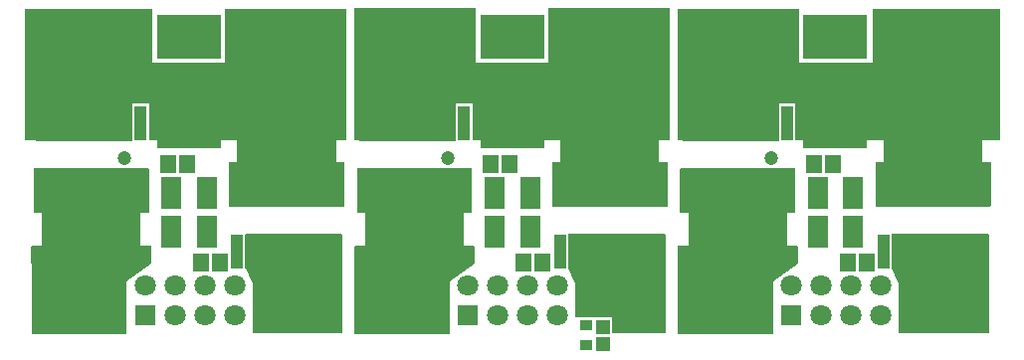
<source format=gbr>
%TF.GenerationSoftware,Altium Limited,Altium Designer,24.0.1 (36)*%
G04 Layer_Color=8388736*
%FSLAX45Y45*%
%MOMM*%
%TF.SameCoordinates,AADBD710-655B-4C0A-A29E-FCC33305A696*%
%TF.FilePolarity,Negative*%
%TF.FileFunction,Soldermask,Top*%
%TF.Part,Single*%
G01*
G75*
%TA.AperFunction,SMDPad,CuDef*%
%ADD33R,1.15320X1.30320*%
%ADD34R,1.10320X0.90320*%
%ADD35R,1.40320X1.55320*%
%TA.AperFunction,ConnectorPad*%
%ADD36R,5.40319X3.70307*%
%TA.AperFunction,SMDPad,CuDef*%
%ADD37R,1.73660X2.80159*%
%TA.AperFunction,ConnectorPad*%
%ADD38O,6.26323X5.00319*%
%ADD39R,1.00320X3.00319*%
%TA.AperFunction,SMDPad,CuDef*%
%ADD40O,6.26323X5.00319*%
%ADD41R,1.00320X3.00319*%
%TA.AperFunction,ComponentPad*%
%ADD42C,1.80002*%
%ADD43R,1.80002X1.80002*%
%TA.AperFunction,ViaPad*%
%ADD44C,1.20320*%
G36*
X4500000Y-5750969D02*
X4351250D01*
Y-5932163D01*
X4416146D01*
X4417142Y-5932261D01*
X4418099Y-5932552D01*
X4418982Y-5933023D01*
X4419755Y-5933658D01*
X4420390Y-5934432D01*
X4420862Y-5935314D01*
X4421152Y-5936272D01*
X4421250Y-5937268D01*
Y-6307267D01*
X4421152Y-6308263D01*
X4420862Y-6309221D01*
X4420390Y-6310103D01*
X4419755Y-6310877D01*
X4418982Y-6311511D01*
X4418099Y-6311983D01*
X4417142Y-6312274D01*
X4416146Y-6312372D01*
X3446148D01*
X3445152Y-6312274D01*
X3444194Y-6311983D01*
X3443312Y-6311511D01*
X3442538Y-6310877D01*
X3441903Y-6310103D01*
X3441432Y-6309221D01*
X3441141Y-6308263D01*
X3441043Y-6307267D01*
Y-5937268D01*
X3441141Y-5936272D01*
X3441432Y-5935314D01*
X3441903Y-5934432D01*
X3442538Y-5933658D01*
X3443312Y-5933023D01*
X3444194Y-5932552D01*
X3445152Y-5932261D01*
X3446148Y-5932163D01*
X3511043D01*
Y-5750969D01*
X2760286D01*
Y-5436569D01*
X2620286D01*
Y-5462208D01*
X2620359Y-5462423D01*
X2620558Y-5462988D01*
X2620572Y-5463050D01*
X2620592Y-5463109D01*
X2620710Y-5463701D01*
X2620834Y-5464291D01*
X2620839Y-5464353D01*
X2620852Y-5464415D01*
X2620891Y-5465019D01*
X2620938Y-5465618D01*
X2620935Y-5465681D01*
X2620939Y-5465744D01*
Y-5747745D01*
X2620852Y-5749074D01*
X2620592Y-5750380D01*
X2620164Y-5751642D01*
X2619574Y-5752836D01*
X2618834Y-5753944D01*
X2617956Y-5754945D01*
X2616955Y-5755823D01*
X2615848Y-5756563D01*
X2614653Y-5757152D01*
X2613392Y-5757580D01*
X2612086Y-5757840D01*
X2610757Y-5757927D01*
X1809758D01*
X1808429Y-5757840D01*
X1807122Y-5757580D01*
X1805861Y-5757152D01*
X1804667Y-5756563D01*
X1803559Y-5755823D01*
X1802558Y-5754945D01*
X1801680Y-5753944D01*
X1800940Y-5752836D01*
X1800351Y-5751642D01*
X1800123Y-5750969D01*
X1760286D01*
Y-4625969D01*
X2790000D01*
Y-5090000D01*
X3420000D01*
Y-4625969D01*
X4500000D01*
Y-5750969D01*
D02*
G37*
G36*
X1690000Y-5503957D02*
X1690390Y-5504433D01*
X1690861Y-5505315D01*
X1691152Y-5506273D01*
X1691250Y-5507269D01*
Y-5647268D01*
X1691152Y-5648264D01*
X1690861Y-5649222D01*
X1690390Y-5650104D01*
X1690000Y-5650580D01*
Y-5750000D01*
X1601250D01*
Y-5932163D01*
X1666146D01*
X1667141Y-5932261D01*
X1668099Y-5932552D01*
X1668981Y-5933023D01*
X1669755Y-5933658D01*
X1670390Y-5934432D01*
X1670862Y-5935314D01*
X1671152Y-5936272D01*
X1671250Y-5937268D01*
Y-6307267D01*
X1671152Y-6308263D01*
X1670862Y-6309221D01*
X1670390Y-6310103D01*
X1669755Y-6310877D01*
X1668981Y-6311511D01*
X1668099Y-6311983D01*
X1667141Y-6312274D01*
X1666146Y-6312372D01*
X696147D01*
X695152Y-6312274D01*
X694194Y-6311983D01*
X693312Y-6311511D01*
X692538Y-6310877D01*
X691903Y-6310103D01*
X691431Y-6309221D01*
X691141Y-6308263D01*
X691043Y-6307267D01*
Y-5937268D01*
X691141Y-5936272D01*
X691431Y-5935314D01*
X691903Y-5934432D01*
X692538Y-5933658D01*
X693312Y-5933023D01*
X694194Y-5932552D01*
X695152Y-5932261D01*
X696147Y-5932163D01*
X761043D01*
Y-5750000D01*
X10000D01*
Y-5435600D01*
X-130000D01*
Y-5461507D01*
X-129885Y-5461732D01*
X-129865Y-5461790D01*
X-129836Y-5461848D01*
X-129641Y-5462423D01*
X-129442Y-5462988D01*
X-129428Y-5463050D01*
X-129408Y-5463109D01*
X-129291Y-5463701D01*
X-129166Y-5464291D01*
X-129161Y-5464353D01*
X-129149Y-5464415D01*
X-129109Y-5465019D01*
X-129062Y-5465618D01*
X-129066Y-5465681D01*
X-129061Y-5465744D01*
Y-5747745D01*
X-129149Y-5749074D01*
X-129408Y-5750380D01*
X-129836Y-5751642D01*
X-130426Y-5752836D01*
X-131166Y-5753944D01*
X-132044Y-5754945D01*
X-133045Y-5755823D01*
X-134152Y-5756563D01*
X-135347Y-5757152D01*
X-136608Y-5757580D01*
X-137914Y-5757840D01*
X-139243Y-5757927D01*
X-940242D01*
X-941571Y-5757840D01*
X-942878Y-5757580D01*
X-944139Y-5757152D01*
X-945333Y-5756563D01*
X-946441Y-5755823D01*
X-947442Y-5754945D01*
X-948320Y-5753944D01*
X-949060Y-5752836D01*
X-949649Y-5751642D01*
X-950077Y-5750380D01*
X-950153Y-5750000D01*
X-990000D01*
Y-4625000D01*
X40000D01*
Y-5090000D01*
X660000D01*
Y-4625000D01*
X1690000D01*
Y-5503957D01*
D02*
G37*
G36*
X-1059714Y-5504306D02*
X-1059610Y-5504433D01*
X-1059139Y-5505315D01*
X-1058848Y-5506273D01*
X-1058750Y-5507269D01*
Y-5647268D01*
X-1058848Y-5648264D01*
X-1059139Y-5649222D01*
X-1059610Y-5650104D01*
X-1059714Y-5650231D01*
Y-5750969D01*
X-1148750D01*
Y-5932163D01*
X-1083855D01*
X-1082859Y-5932261D01*
X-1081901Y-5932552D01*
X-1081019Y-5933023D01*
X-1080245Y-5933658D01*
X-1079610Y-5934432D01*
X-1079139Y-5935314D01*
X-1078848Y-5936272D01*
X-1078750Y-5937268D01*
Y-6307267D01*
X-1078848Y-6308263D01*
X-1079139Y-6309221D01*
X-1079610Y-6310103D01*
X-1080245Y-6310877D01*
X-1081019Y-6311511D01*
X-1081901Y-6311983D01*
X-1082859Y-6312274D01*
X-1083855Y-6312372D01*
X-2053853D01*
X-2054849Y-6312274D01*
X-2055806Y-6311983D01*
X-2056689Y-6311511D01*
X-2057462Y-6310877D01*
X-2058097Y-6310103D01*
X-2058569Y-6309221D01*
X-2058859Y-6308263D01*
X-2058957Y-6307267D01*
Y-5937268D01*
X-2058859Y-5936272D01*
X-2058569Y-5935314D01*
X-2058097Y-5934432D01*
X-2057462Y-5933658D01*
X-2056689Y-5933023D01*
X-2055806Y-5932552D01*
X-2054849Y-5932261D01*
X-2053853Y-5932163D01*
X-1988957D01*
Y-5750969D01*
X-2739714D01*
Y-5436569D01*
X-2879714D01*
Y-5462208D01*
X-2879641Y-5462423D01*
X-2879442Y-5462988D01*
X-2879429Y-5463050D01*
X-2879409Y-5463109D01*
X-2879291Y-5463701D01*
X-2879166Y-5464291D01*
X-2879161Y-5464353D01*
X-2879149Y-5464415D01*
X-2879109Y-5465019D01*
X-2879062Y-5465618D01*
X-2879066Y-5465681D01*
X-2879062Y-5465744D01*
Y-5747745D01*
X-2879149Y-5749074D01*
X-2879409Y-5750380D01*
X-2879837Y-5751642D01*
X-2880426Y-5752836D01*
X-2881166Y-5753944D01*
X-2882044Y-5754945D01*
X-2883045Y-5755823D01*
X-2884152Y-5756563D01*
X-2885347Y-5757152D01*
X-2886608Y-5757580D01*
X-2887914Y-5757840D01*
X-2889243Y-5757927D01*
X-3690243D01*
X-3691571Y-5757840D01*
X-3692878Y-5757580D01*
X-3694139Y-5757152D01*
X-3695333Y-5756563D01*
X-3696441Y-5755823D01*
X-3697442Y-5754945D01*
X-3698320Y-5753944D01*
X-3699060Y-5752836D01*
X-3699649Y-5751642D01*
X-3699878Y-5750969D01*
X-3800000D01*
Y-4625969D01*
X-2710000D01*
Y-5090000D01*
X-2090000D01*
Y-4625969D01*
X-1059714D01*
Y-5504306D01*
D02*
G37*
G36*
X4391572Y-6542160D02*
X4392878Y-6542420D01*
X4394139Y-6542848D01*
X4395334Y-6543438D01*
X4396441Y-6544177D01*
X4397442Y-6545055D01*
X4398320Y-6546057D01*
X4399060Y-6547164D01*
X4399650Y-6548359D01*
X4400078Y-6549620D01*
X4400153Y-6550000D01*
X4405000D01*
Y-7390000D01*
X3640000D01*
Y-6965000D01*
X3580000Y-6840000D01*
Y-6838493D01*
X3579886Y-6838268D01*
X3579865Y-6838210D01*
X3579837Y-6838152D01*
X3579641Y-6837577D01*
X3579442Y-6837013D01*
X3579429Y-6836951D01*
X3579409Y-6836891D01*
X3579291Y-6836299D01*
X3579166Y-6835710D01*
X3579161Y-6835647D01*
X3579149Y-6835585D01*
X3579109Y-6834981D01*
X3579062Y-6834382D01*
X3579066Y-6834319D01*
X3579062Y-6834256D01*
Y-6552255D01*
X3579149Y-6550926D01*
X3579409Y-6549620D01*
X3579837Y-6548359D01*
X3580426Y-6547164D01*
X3581166Y-6546057D01*
X3582044Y-6545055D01*
X3583045Y-6544177D01*
X3584153Y-6543438D01*
X3585347Y-6542848D01*
X3586608Y-6542420D01*
X3587915Y-6542160D01*
X3589244Y-6542073D01*
X4390243D01*
X4391572Y-6542160D01*
D02*
G37*
G36*
X1641572D02*
X1642878Y-6542420D01*
X1644139Y-6542848D01*
X1645334Y-6543438D01*
X1646441Y-6544177D01*
X1647442Y-6545055D01*
X1648320Y-6546057D01*
X1649060Y-6547164D01*
X1649649Y-6548359D01*
X1650077Y-6549620D01*
X1650153Y-6550000D01*
X1655000D01*
Y-7390000D01*
X1200000D01*
Y-7250000D01*
X890000D01*
Y-6965000D01*
X830000Y-6840000D01*
Y-6838493D01*
X829886Y-6838268D01*
X829865Y-6838210D01*
X829837Y-6838152D01*
X829641Y-6837577D01*
X829442Y-6837013D01*
X829429Y-6836951D01*
X829409Y-6836891D01*
X829291Y-6836299D01*
X829166Y-6835710D01*
X829161Y-6835647D01*
X829149Y-6835585D01*
X829109Y-6834981D01*
X829062Y-6834382D01*
X829066Y-6834319D01*
X829062Y-6834256D01*
Y-6552255D01*
X829149Y-6550926D01*
X829409Y-6549620D01*
X829837Y-6548359D01*
X830426Y-6547164D01*
X831166Y-6546057D01*
X832044Y-6545055D01*
X833045Y-6544177D01*
X834153Y-6543438D01*
X835347Y-6542848D01*
X836608Y-6542420D01*
X837915Y-6542160D01*
X839243Y-6542073D01*
X1640243D01*
X1641572Y-6542160D01*
D02*
G37*
G36*
X-1108429D02*
X-1107122Y-6542420D01*
X-1105861Y-6542848D01*
X-1104667Y-6543438D01*
X-1103559Y-6544177D01*
X-1102558Y-6545055D01*
X-1101680Y-6546057D01*
X-1100940Y-6547164D01*
X-1100351Y-6548359D01*
X-1099923Y-6549620D01*
X-1099847Y-6550000D01*
X-1095000D01*
Y-7390000D01*
X-1860000D01*
Y-6965000D01*
X-1920000Y-6840000D01*
Y-6838493D01*
X-1920115Y-6838268D01*
X-1920135Y-6838210D01*
X-1920164Y-6838152D01*
X-1920359Y-6837577D01*
X-1920558Y-6837013D01*
X-1920571Y-6836951D01*
X-1920592Y-6836891D01*
X-1920709Y-6836299D01*
X-1920834Y-6835710D01*
X-1920839Y-6835647D01*
X-1920851Y-6835585D01*
X-1920891Y-6834981D01*
X-1920938Y-6834382D01*
X-1920934Y-6834319D01*
X-1920939Y-6834256D01*
Y-6552255D01*
X-1920851Y-6550926D01*
X-1920592Y-6549620D01*
X-1920164Y-6548359D01*
X-1919574Y-6547164D01*
X-1918834Y-6546057D01*
X-1917956Y-6545055D01*
X-1916955Y-6544177D01*
X-1915848Y-6543438D01*
X-1914653Y-6542848D01*
X-1913392Y-6542420D01*
X-1912086Y-6542160D01*
X-1910757Y-6542073D01*
X-1109757D01*
X-1108429Y-6542160D01*
D02*
G37*
G36*
X2754849Y-5987727D02*
X2755806Y-5988017D01*
X2756689Y-5988489D01*
X2757462Y-5989124D01*
X2758097Y-5989897D01*
X2758569Y-5990780D01*
X2758859Y-5991737D01*
X2758957Y-5992733D01*
Y-6362733D01*
X2758859Y-6363728D01*
X2758569Y-6364686D01*
X2758097Y-6365568D01*
X2757462Y-6366342D01*
X2756689Y-6366977D01*
X2755806Y-6367449D01*
X2754849Y-6367739D01*
X2753853Y-6367837D01*
X2688958D01*
Y-6647627D01*
X2773853D01*
X2774849Y-6647725D01*
X2775806Y-6648016D01*
X2776689Y-6648488D01*
X2777462Y-6649122D01*
X2778097Y-6649896D01*
X2778569Y-6650778D01*
X2778859Y-6651736D01*
X2778957Y-6652732D01*
Y-6655657D01*
X2778965Y-6655734D01*
X2778957Y-6655812D01*
Y-6730000D01*
X2780000D01*
Y-6800000D01*
X2570000Y-6950000D01*
Y-7400000D01*
X1760000D01*
Y-6796043D01*
X1759610Y-6795568D01*
X1759139Y-6794685D01*
X1758848Y-6793728D01*
X1758750Y-6792732D01*
Y-6652732D01*
X1758848Y-6651736D01*
X1759139Y-6650778D01*
X1759610Y-6649896D01*
X1760245Y-6649122D01*
X1761019Y-6648488D01*
X1761901Y-6648016D01*
X1762859Y-6647725D01*
X1763855Y-6647627D01*
X1848750D01*
Y-6367837D01*
X1783855D01*
X1782859Y-6367739D01*
X1781901Y-6367449D01*
X1781019Y-6366977D01*
X1780245Y-6366342D01*
X1779610Y-6365568D01*
X1779139Y-6364686D01*
X1778848Y-6363728D01*
X1778750Y-6362733D01*
Y-5992733D01*
X1778848Y-5991737D01*
X1779139Y-5990780D01*
X1779610Y-5989897D01*
X1780245Y-5989124D01*
X1781019Y-5988489D01*
X1781901Y-5988017D01*
X1782859Y-5987727D01*
X1783855Y-5987629D01*
X2753853D01*
X2754849Y-5987727D01*
D02*
G37*
G36*
X4849D02*
X5806Y-5988017D01*
X6689Y-5988489D01*
X7462Y-5989124D01*
X8097Y-5989897D01*
X8569Y-5990780D01*
X8859Y-5991737D01*
X8957Y-5992733D01*
Y-6362733D01*
X8859Y-6363728D01*
X8569Y-6364686D01*
X8097Y-6365568D01*
X7462Y-6366342D01*
X6689Y-6366977D01*
X5806Y-6367449D01*
X4849Y-6367739D01*
X3853Y-6367837D01*
X-61043D01*
Y-6647627D01*
X23853D01*
X24849Y-6647725D01*
X25806Y-6648016D01*
X26689Y-6648488D01*
X27462Y-6649122D01*
X28097Y-6649896D01*
X28569Y-6650778D01*
X28859Y-6651736D01*
X28957Y-6652732D01*
Y-6655657D01*
X28965Y-6655734D01*
X28957Y-6655812D01*
Y-6730000D01*
X30000D01*
Y-6800000D01*
X-180000Y-6950000D01*
Y-7400000D01*
X-990000D01*
Y-6796043D01*
X-990390Y-6795568D01*
X-990861Y-6794685D01*
X-991152Y-6793728D01*
X-991250Y-6792732D01*
Y-6652732D01*
X-991152Y-6651736D01*
X-990861Y-6650778D01*
X-990390Y-6649896D01*
X-989755Y-6649122D01*
X-988981Y-6648488D01*
X-988099Y-6648016D01*
X-987141Y-6647725D01*
X-986145Y-6647627D01*
X-901250D01*
Y-6367837D01*
X-966145D01*
X-967141Y-6367739D01*
X-968099Y-6367449D01*
X-968981Y-6366977D01*
X-969755Y-6366342D01*
X-970390Y-6365568D01*
X-970861Y-6364686D01*
X-971152Y-6363728D01*
X-971250Y-6362733D01*
Y-5992733D01*
X-971152Y-5991737D01*
X-970861Y-5990780D01*
X-970390Y-5989897D01*
X-969755Y-5989124D01*
X-968981Y-5988489D01*
X-968099Y-5988017D01*
X-967141Y-5987727D01*
X-966145Y-5987629D01*
X3853D01*
X4849Y-5987727D01*
D02*
G37*
G36*
X-2745151D02*
X-2744194Y-5988017D01*
X-2743312Y-5988489D01*
X-2742538Y-5989124D01*
X-2741903Y-5989897D01*
X-2741431Y-5990780D01*
X-2741141Y-5991737D01*
X-2741043Y-5992733D01*
Y-6362733D01*
X-2741141Y-6363728D01*
X-2741431Y-6364686D01*
X-2741903Y-6365568D01*
X-2742538Y-6366342D01*
X-2743312Y-6366977D01*
X-2744194Y-6367449D01*
X-2745151Y-6367739D01*
X-2746147Y-6367837D01*
X-2811043D01*
Y-6647627D01*
X-2726147D01*
X-2725152Y-6647725D01*
X-2724194Y-6648016D01*
X-2723312Y-6648488D01*
X-2722538Y-6649122D01*
X-2721903Y-6649896D01*
X-2721431Y-6650778D01*
X-2721141Y-6651736D01*
X-2721043Y-6652732D01*
Y-6655657D01*
X-2721035Y-6655734D01*
X-2721043Y-6655812D01*
Y-6730000D01*
X-2720000D01*
Y-6800000D01*
X-2930000Y-6950000D01*
Y-7400000D01*
X-3740000D01*
Y-6796043D01*
X-3740390Y-6795568D01*
X-3740861Y-6794685D01*
X-3741152Y-6793728D01*
X-3741250Y-6792732D01*
Y-6652732D01*
X-3741152Y-6651736D01*
X-3740861Y-6650778D01*
X-3740390Y-6649896D01*
X-3739755Y-6649122D01*
X-3738981Y-6648488D01*
X-3738099Y-6648016D01*
X-3737141Y-6647725D01*
X-3736145Y-6647627D01*
X-3651250D01*
Y-6367837D01*
X-3716145D01*
X-3717141Y-6367739D01*
X-3718099Y-6367449D01*
X-3718981Y-6366977D01*
X-3719755Y-6366342D01*
X-3720390Y-6365568D01*
X-3720861Y-6364686D01*
X-3721152Y-6363728D01*
X-3721250Y-6362733D01*
Y-5992733D01*
X-3721152Y-5991737D01*
X-3720861Y-5990780D01*
X-3720390Y-5989897D01*
X-3719755Y-5989124D01*
X-3718981Y-5988489D01*
X-3718099Y-5988017D01*
X-3717141Y-5987727D01*
X-3716145Y-5987629D01*
X-2746147D01*
X-2745151Y-5987727D01*
D02*
G37*
D33*
X1120000Y-7340000D02*
D03*
Y-7480000D02*
D03*
D34*
X980000Y-7495000D02*
D03*
Y-7325000D02*
D03*
D35*
X-2140000Y-6790000D02*
D03*
X-2300000D02*
D03*
X3370000D02*
D03*
X3210000D02*
D03*
X2920000Y-5950000D02*
D03*
X3080000D02*
D03*
X610000Y-6790000D02*
D03*
X450000D02*
D03*
X170000Y-5950000D02*
D03*
X330000D02*
D03*
X-2580000D02*
D03*
X-2420000D02*
D03*
D36*
X3100000Y-5631000D02*
D03*
Y-4869000D02*
D03*
X350000Y-5631000D02*
D03*
Y-4869000D02*
D03*
X-2400000Y-5631000D02*
D03*
Y-4869000D02*
D03*
D37*
X2948260Y-6530000D02*
D03*
X3251739D02*
D03*
X2948261Y-6200000D02*
D03*
X3251740D02*
D03*
X198260Y-6530000D02*
D03*
X501740D02*
D03*
X198260Y-6200000D02*
D03*
X501740D02*
D03*
X-2551740Y-6530000D02*
D03*
X-2248260D02*
D03*
X-2551740Y-6200000D02*
D03*
X-2248260D02*
D03*
D38*
X3931153Y-5907253D02*
D03*
X-3231153Y-6392748D02*
D03*
D39*
X3510250Y-6692722D02*
D03*
X-2810249Y-5607278D02*
D03*
D40*
X2268847Y-6392748D02*
D03*
X1181153Y-5907253D02*
D03*
X-481153Y-6392748D02*
D03*
X-1568847Y-5907253D02*
D03*
D41*
X2689751Y-5607278D02*
D03*
X760249Y-6692722D02*
D03*
X-60249Y-5607278D02*
D03*
X-1989751Y-6692722D02*
D03*
D42*
X-2774000Y-6986000D02*
D03*
X-2520000D02*
D03*
X-2266000D02*
D03*
X-24000D02*
D03*
X230000D02*
D03*
X484000D02*
D03*
X2726000D02*
D03*
X2980000D02*
D03*
X3234000D02*
D03*
X2980000Y-7240000D02*
D03*
X3234000D02*
D03*
X3488000D02*
D03*
Y-6986000D02*
D03*
X230000Y-7240000D02*
D03*
X484000D02*
D03*
X738000D02*
D03*
Y-6986000D02*
D03*
X-2520000Y-7240000D02*
D03*
X-2266000D02*
D03*
X-2012000D02*
D03*
Y-6986000D02*
D03*
D43*
X2726000Y-7240000D02*
D03*
X-24000D02*
D03*
X-2774000D02*
D03*
D44*
X-2969716Y-5397714D02*
D03*
X-3269716D02*
D03*
X-3569716D02*
D03*
X-825325Y-5401927D02*
D03*
X-525325D02*
D03*
X-225325D02*
D03*
X2530000Y-5400000D02*
D03*
X2230000D02*
D03*
X1930000D02*
D03*
X-2950000Y-5900000D02*
D03*
X-220000Y-5100000D02*
D03*
X-520000D02*
D03*
X-820000D02*
D03*
X880000Y-5900000D02*
D03*
Y-6100000D02*
D03*
Y-4800000D02*
D03*
X1180000Y-5400000D02*
D03*
X1480000Y-5100000D02*
D03*
X1180000Y-4800000D02*
D03*
Y-5100000D02*
D03*
Y-5700000D02*
D03*
Y-6100000D02*
D03*
X-520000Y-4800000D02*
D03*
X1480000Y-5400000D02*
D03*
X-220000Y-4800000D02*
D03*
X1180000Y-5900000D02*
D03*
X880000Y-5100000D02*
D03*
Y-5700000D02*
D03*
X1480000D02*
D03*
X880000Y-5400000D02*
D03*
X1480000Y-4800000D02*
D03*
Y-6100000D02*
D03*
X-820000Y-4800000D02*
D03*
X1480000Y-5900000D02*
D03*
X-1575000Y-6100000D02*
D03*
X-1275000Y-5400000D02*
D03*
Y-5900000D02*
D03*
Y-5700000D02*
D03*
X-1875000Y-6100000D02*
D03*
X-3575000Y-5100000D02*
D03*
X-1575000Y-5700000D02*
D03*
X-3275000Y-4800000D02*
D03*
X-1875000D02*
D03*
X-1275000Y-5100000D02*
D03*
X-1875000Y-5400000D02*
D03*
X-1275000Y-6100000D02*
D03*
X-3275000Y-5100000D02*
D03*
X-2975000D02*
D03*
X-1875000D02*
D03*
X-1275000Y-4800000D02*
D03*
X-1875000Y-5700000D02*
D03*
X-1575000Y-5900000D02*
D03*
X-1575000Y-5100000D02*
D03*
X-2975000Y-4800000D02*
D03*
X-1575000Y-5400000D02*
D03*
X-1875000Y-5900000D02*
D03*
X-3575000Y-4800000D02*
D03*
X-1575000D02*
D03*
X3925000Y-6100000D02*
D03*
Y-5700000D02*
D03*
Y-5900000D02*
D03*
X3625000Y-6100000D02*
D03*
X4225000D02*
D03*
X3625000Y-5900000D02*
D03*
X4225000D02*
D03*
X3625000Y-5700000D02*
D03*
X4225000D02*
D03*
X3625000Y-5400000D02*
D03*
X3925000D02*
D03*
X4225000D02*
D03*
Y-4800000D02*
D03*
X3925000D02*
D03*
X3625000D02*
D03*
X4225000Y-5100000D02*
D03*
X3925000D02*
D03*
X3625000D02*
D03*
X1925000Y-4800000D02*
D03*
X2225000D02*
D03*
X2525000D02*
D03*
X1925000Y-5100000D02*
D03*
X2225000D02*
D03*
X2525000D02*
D03*
X-200000Y-5900000D02*
D03*
X2550000D02*
D03*
X3300000Y-4950000D02*
D03*
X550000D02*
D03*
X-2200000D02*
D03*
%TF.MD5,f42f5a0189839b49b809b072a7452714*%
M02*

</source>
